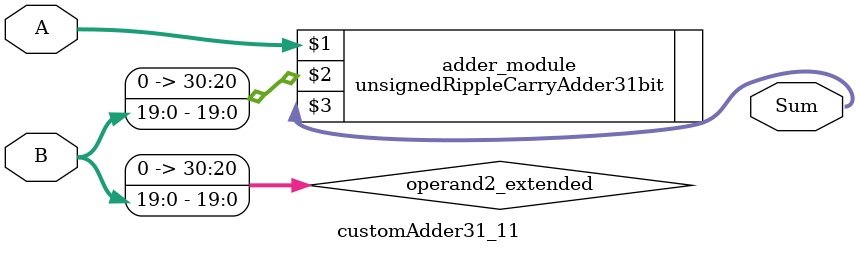
<source format=v>

module customAdder31_11(
                    input [30 : 0] A,
                    input [19 : 0] B,
                    
                    output [31 : 0] Sum
            );

    wire [30 : 0] operand2_extended;
    
    assign operand2_extended =  {11'b0, B};
    
    unsignedRippleCarryAdder31bit adder_module(
        A,
        operand2_extended,
        Sum
    );
    
endmodule
        
</source>
